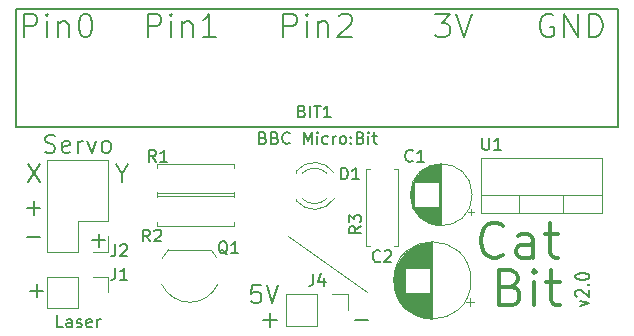
<source format=gbr>
G04 #@! TF.GenerationSoftware,KiCad,Pcbnew,5.1.5-1.fc31*
G04 #@! TF.CreationDate,2020-04-29T23:42:45+02:00*
G04 #@! TF.ProjectId,catbit,63617462-6974-42e6-9b69-6361645f7063,rev?*
G04 #@! TF.SameCoordinates,PX913e9e0PY7be1de0*
G04 #@! TF.FileFunction,Legend,Top*
G04 #@! TF.FilePolarity,Positive*
%FSLAX46Y46*%
G04 Gerber Fmt 4.6, Leading zero omitted, Abs format (unit mm)*
G04 Created by KiCad (PCBNEW 5.1.5-1.fc31) date 2020-04-29 23:42:45*
%MOMM*%
%LPD*%
G04 APERTURE LIST*
%ADD10C,0.120000*%
%ADD11C,0.200000*%
%ADD12C,0.300000*%
%ADD13C,0.150000*%
G04 APERTURE END LIST*
D10*
X4250000Y-18000000D02*
X-2500000Y-13250000D01*
D11*
X-16500000Y-7964285D02*
X-16500000Y-8678571D01*
X-17000000Y-7178571D02*
X-16500000Y-7964285D01*
X-16000000Y-7178571D01*
X-24500000Y-7178571D02*
X-23500000Y-8678571D01*
X-23500000Y-7178571D02*
X-24500000Y-8678571D01*
X-23035715Y-6107142D02*
X-22821429Y-6178571D01*
X-22464286Y-6178571D01*
X-22321429Y-6107142D01*
X-22250000Y-6035714D01*
X-22178572Y-5892857D01*
X-22178572Y-5750000D01*
X-22250000Y-5607142D01*
X-22321429Y-5535714D01*
X-22464286Y-5464285D01*
X-22750000Y-5392857D01*
X-22892858Y-5321428D01*
X-22964286Y-5250000D01*
X-23035715Y-5107142D01*
X-23035715Y-4964285D01*
X-22964286Y-4821428D01*
X-22892858Y-4750000D01*
X-22750000Y-4678571D01*
X-22392858Y-4678571D01*
X-22178572Y-4750000D01*
X-20964286Y-6107142D02*
X-21107143Y-6178571D01*
X-21392858Y-6178571D01*
X-21535715Y-6107142D01*
X-21607143Y-5964285D01*
X-21607143Y-5392857D01*
X-21535715Y-5250000D01*
X-21392858Y-5178571D01*
X-21107143Y-5178571D01*
X-20964286Y-5250000D01*
X-20892858Y-5392857D01*
X-20892858Y-5535714D01*
X-21607143Y-5678571D01*
X-20250000Y-6178571D02*
X-20250000Y-5178571D01*
X-20250000Y-5464285D02*
X-20178572Y-5321428D01*
X-20107143Y-5250000D01*
X-19964286Y-5178571D01*
X-19821429Y-5178571D01*
X-19464286Y-5178571D02*
X-19107143Y-6178571D01*
X-18750000Y-5178571D01*
X-17964286Y-6178571D02*
X-18107143Y-6107142D01*
X-18178572Y-6035714D01*
X-18250000Y-5892857D01*
X-18250000Y-5464285D01*
X-18178572Y-5321428D01*
X-18107143Y-5250000D01*
X-17964286Y-5178571D01*
X-17750000Y-5178571D01*
X-17607143Y-5250000D01*
X-17535715Y-5321428D01*
X-17464286Y-5464285D01*
X-17464286Y-5892857D01*
X-17535715Y-6035714D01*
X-17607143Y-6107142D01*
X-17750000Y-6178571D01*
X-17964286Y-6178571D01*
X-24571429Y-13357142D02*
X-23428572Y-13357142D01*
X3178571Y-20357142D02*
X4321428Y-20357142D01*
X22242857Y-19178571D02*
X23042857Y-18940476D01*
X22242857Y-18702380D01*
X21957142Y-18369047D02*
X21900000Y-18321428D01*
X21842857Y-18226190D01*
X21842857Y-17988095D01*
X21900000Y-17892857D01*
X21957142Y-17845238D01*
X22071428Y-17797619D01*
X22185714Y-17797619D01*
X22357142Y-17845238D01*
X23042857Y-18416666D01*
X23042857Y-17797619D01*
X22928571Y-17369047D02*
X22985714Y-17321428D01*
X23042857Y-17369047D01*
X22985714Y-17416666D01*
X22928571Y-17369047D01*
X23042857Y-17369047D01*
X21842857Y-16702380D02*
X21842857Y-16607142D01*
X21900000Y-16511904D01*
X21957142Y-16464285D01*
X22071428Y-16416666D01*
X22300000Y-16369047D01*
X22585714Y-16369047D01*
X22814285Y-16416666D01*
X22928571Y-16464285D01*
X22985714Y-16511904D01*
X23042857Y-16607142D01*
X23042857Y-16702380D01*
X22985714Y-16797619D01*
X22928571Y-16845238D01*
X22814285Y-16892857D01*
X22585714Y-16940476D01*
X22300000Y-16940476D01*
X22071428Y-16892857D01*
X21957142Y-16845238D01*
X21900000Y-16797619D01*
X21842857Y-16702380D01*
D12*
X16392857Y-17535714D02*
X16821428Y-17678571D01*
X16964285Y-17821428D01*
X17107142Y-18107142D01*
X17107142Y-18535714D01*
X16964285Y-18821428D01*
X16821428Y-18964285D01*
X16535714Y-19107142D01*
X15392857Y-19107142D01*
X15392857Y-16107142D01*
X16392857Y-16107142D01*
X16678571Y-16250000D01*
X16821428Y-16392857D01*
X16964285Y-16678571D01*
X16964285Y-16964285D01*
X16821428Y-17250000D01*
X16678571Y-17392857D01*
X16392857Y-17535714D01*
X15392857Y-17535714D01*
X18392857Y-19107142D02*
X18392857Y-17107142D01*
X18392857Y-16107142D02*
X18250000Y-16250000D01*
X18392857Y-16392857D01*
X18535714Y-16250000D01*
X18392857Y-16107142D01*
X18392857Y-16392857D01*
X19392857Y-17107142D02*
X20535714Y-17107142D01*
X19821428Y-16107142D02*
X19821428Y-18678571D01*
X19964285Y-18964285D01*
X20250000Y-19107142D01*
X20535714Y-19107142D01*
X15714285Y-14821428D02*
X15571428Y-14964285D01*
X15142857Y-15107142D01*
X14857142Y-15107142D01*
X14428571Y-14964285D01*
X14142857Y-14678571D01*
X14000000Y-14392857D01*
X13857142Y-13821428D01*
X13857142Y-13392857D01*
X14000000Y-12821428D01*
X14142857Y-12535714D01*
X14428571Y-12250000D01*
X14857142Y-12107142D01*
X15142857Y-12107142D01*
X15571428Y-12250000D01*
X15714285Y-12392857D01*
X18285714Y-15107142D02*
X18285714Y-13535714D01*
X18142857Y-13250000D01*
X17857142Y-13107142D01*
X17285714Y-13107142D01*
X17000000Y-13250000D01*
X18285714Y-14964285D02*
X18000000Y-15107142D01*
X17285714Y-15107142D01*
X17000000Y-14964285D01*
X16857142Y-14678571D01*
X16857142Y-14392857D01*
X17000000Y-14107142D01*
X17285714Y-13964285D01*
X18000000Y-13964285D01*
X18285714Y-13821428D01*
X19285714Y-13107142D02*
X20428571Y-13107142D01*
X19714285Y-12107142D02*
X19714285Y-14678571D01*
X19857142Y-14964285D01*
X20142857Y-15107142D01*
X20428571Y-15107142D01*
D13*
X-4571429Y-4928571D02*
X-4428572Y-4976190D01*
X-4380953Y-5023809D01*
X-4333334Y-5119047D01*
X-4333334Y-5261904D01*
X-4380953Y-5357142D01*
X-4428572Y-5404761D01*
X-4523810Y-5452380D01*
X-4904762Y-5452380D01*
X-4904762Y-4452380D01*
X-4571429Y-4452380D01*
X-4476191Y-4500000D01*
X-4428572Y-4547619D01*
X-4380953Y-4642857D01*
X-4380953Y-4738095D01*
X-4428572Y-4833333D01*
X-4476191Y-4880952D01*
X-4571429Y-4928571D01*
X-4904762Y-4928571D01*
X-3571429Y-4928571D02*
X-3428572Y-4976190D01*
X-3380953Y-5023809D01*
X-3333334Y-5119047D01*
X-3333334Y-5261904D01*
X-3380953Y-5357142D01*
X-3428572Y-5404761D01*
X-3523810Y-5452380D01*
X-3904762Y-5452380D01*
X-3904762Y-4452380D01*
X-3571429Y-4452380D01*
X-3476191Y-4500000D01*
X-3428572Y-4547619D01*
X-3380953Y-4642857D01*
X-3380953Y-4738095D01*
X-3428572Y-4833333D01*
X-3476191Y-4880952D01*
X-3571429Y-4928571D01*
X-3904762Y-4928571D01*
X-2333334Y-5357142D02*
X-2380953Y-5404761D01*
X-2523810Y-5452380D01*
X-2619048Y-5452380D01*
X-2761905Y-5404761D01*
X-2857143Y-5309523D01*
X-2904762Y-5214285D01*
X-2952381Y-5023809D01*
X-2952381Y-4880952D01*
X-2904762Y-4690476D01*
X-2857143Y-4595238D01*
X-2761905Y-4500000D01*
X-2619048Y-4452380D01*
X-2523810Y-4452380D01*
X-2380953Y-4500000D01*
X-2333334Y-4547619D01*
X-1142858Y-5452380D02*
X-1142858Y-4452380D01*
X-809524Y-5166666D01*
X-476191Y-4452380D01*
X-476191Y-5452380D01*
X0Y-5452380D02*
X0Y-4785714D01*
X0Y-4452380D02*
X-47620Y-4500000D01*
X0Y-4547619D01*
X47619Y-4500000D01*
X0Y-4452380D01*
X0Y-4547619D01*
X904761Y-5404761D02*
X809523Y-5452380D01*
X619047Y-5452380D01*
X523809Y-5404761D01*
X476190Y-5357142D01*
X428571Y-5261904D01*
X428571Y-4976190D01*
X476190Y-4880952D01*
X523809Y-4833333D01*
X619047Y-4785714D01*
X809523Y-4785714D01*
X904761Y-4833333D01*
X1333333Y-5452380D02*
X1333333Y-4785714D01*
X1333333Y-4976190D02*
X1380952Y-4880952D01*
X1428571Y-4833333D01*
X1523809Y-4785714D01*
X1619047Y-4785714D01*
X2095238Y-5452380D02*
X2000000Y-5404761D01*
X1952380Y-5357142D01*
X1904761Y-5261904D01*
X1904761Y-4976190D01*
X1952380Y-4880952D01*
X2000000Y-4833333D01*
X2095238Y-4785714D01*
X2238095Y-4785714D01*
X2333333Y-4833333D01*
X2380952Y-4880952D01*
X2428571Y-4976190D01*
X2428571Y-5261904D01*
X2380952Y-5357142D01*
X2333333Y-5404761D01*
X2238095Y-5452380D01*
X2095238Y-5452380D01*
X2857142Y-5357142D02*
X2904761Y-5404761D01*
X2857142Y-5452380D01*
X2809523Y-5404761D01*
X2857142Y-5357142D01*
X2857142Y-5452380D01*
X2857142Y-4833333D02*
X2904761Y-4880952D01*
X2857142Y-4928571D01*
X2809523Y-4880952D01*
X2857142Y-4833333D01*
X2857142Y-4928571D01*
X3666666Y-4928571D02*
X3809523Y-4976190D01*
X3857142Y-5023809D01*
X3904761Y-5119047D01*
X3904761Y-5261904D01*
X3857142Y-5357142D01*
X3809523Y-5404761D01*
X3714285Y-5452380D01*
X3333333Y-5452380D01*
X3333333Y-4452380D01*
X3666666Y-4452380D01*
X3761904Y-4500000D01*
X3809523Y-4547619D01*
X3857142Y-4642857D01*
X3857142Y-4738095D01*
X3809523Y-4833333D01*
X3761904Y-4880952D01*
X3666666Y-4928571D01*
X3333333Y-4928571D01*
X4333333Y-5452380D02*
X4333333Y-4785714D01*
X4333333Y-4452380D02*
X4285714Y-4500000D01*
X4333333Y-4547619D01*
X4380952Y-4500000D01*
X4333333Y-4452380D01*
X4333333Y-4547619D01*
X4666666Y-4785714D02*
X5047619Y-4785714D01*
X4809523Y-4452380D02*
X4809523Y-5309523D01*
X4857142Y-5404761D01*
X4952380Y-5452380D01*
X5047619Y-5452380D01*
D11*
X-4785715Y-17428571D02*
X-5500000Y-17428571D01*
X-5571429Y-18142857D01*
X-5500000Y-18071428D01*
X-5357143Y-18000000D01*
X-5000000Y-18000000D01*
X-4857143Y-18071428D01*
X-4785715Y-18142857D01*
X-4714286Y-18285714D01*
X-4714286Y-18642857D01*
X-4785715Y-18785714D01*
X-4857143Y-18857142D01*
X-5000000Y-18928571D01*
X-5357143Y-18928571D01*
X-5500000Y-18857142D01*
X-5571429Y-18785714D01*
X-4285715Y-17428571D02*
X-3785715Y-18928571D01*
X-3285715Y-17428571D01*
D13*
X-21535715Y-20952380D02*
X-22011905Y-20952380D01*
X-22011905Y-19952380D01*
X-20773810Y-20952380D02*
X-20773810Y-20428571D01*
X-20821429Y-20333333D01*
X-20916667Y-20285714D01*
X-21107143Y-20285714D01*
X-21202381Y-20333333D01*
X-20773810Y-20904761D02*
X-20869048Y-20952380D01*
X-21107143Y-20952380D01*
X-21202381Y-20904761D01*
X-21250000Y-20809523D01*
X-21250000Y-20714285D01*
X-21202381Y-20619047D01*
X-21107143Y-20571428D01*
X-20869048Y-20571428D01*
X-20773810Y-20523809D01*
X-20345239Y-20904761D02*
X-20250000Y-20952380D01*
X-20059524Y-20952380D01*
X-19964286Y-20904761D01*
X-19916667Y-20809523D01*
X-19916667Y-20761904D01*
X-19964286Y-20666666D01*
X-20059524Y-20619047D01*
X-20202381Y-20619047D01*
X-20297620Y-20571428D01*
X-20345239Y-20476190D01*
X-20345239Y-20428571D01*
X-20297620Y-20333333D01*
X-20202381Y-20285714D01*
X-20059524Y-20285714D01*
X-19964286Y-20333333D01*
X-19107143Y-20904761D02*
X-19202381Y-20952380D01*
X-19392858Y-20952380D01*
X-19488096Y-20904761D01*
X-19535715Y-20809523D01*
X-19535715Y-20428571D01*
X-19488096Y-20333333D01*
X-19392858Y-20285714D01*
X-19202381Y-20285714D01*
X-19107143Y-20333333D01*
X-19059524Y-20428571D01*
X-19059524Y-20523809D01*
X-19535715Y-20619047D01*
X-18630953Y-20952380D02*
X-18630953Y-20285714D01*
X-18630953Y-20476190D02*
X-18583334Y-20380952D01*
X-18535715Y-20333333D01*
X-18440477Y-20285714D01*
X-18345239Y-20285714D01*
D11*
X-4571429Y-20357142D02*
X-3428572Y-20357142D01*
X-4000000Y-20928571D02*
X-4000000Y-19785714D01*
X-19071429Y-13607142D02*
X-17928572Y-13607142D01*
X-18500000Y-14178571D02*
X-18500000Y-13035714D01*
X-24321429Y-17857142D02*
X-23178572Y-17857142D01*
X-23750000Y-18428571D02*
X-23750000Y-17285714D01*
X-24571429Y-10857142D02*
X-23428572Y-10857142D01*
X-24000000Y-11428571D02*
X-24000000Y-10285714D01*
D10*
X4130000Y-14080000D02*
X4460000Y-14080000D01*
X4130000Y-7540000D02*
X4130000Y-14080000D01*
X4460000Y-7540000D02*
X4130000Y-7540000D01*
X6870000Y-14080000D02*
X6540000Y-14080000D01*
X6870000Y-7540000D02*
X6870000Y-14080000D01*
X6540000Y-7540000D02*
X6870000Y-7540000D01*
X-17670000Y-14580000D02*
X-19000000Y-14580000D01*
X-17670000Y-13250000D02*
X-17670000Y-14580000D01*
X-20270000Y-14580000D02*
X-22870000Y-14580000D01*
X-20270000Y-11980000D02*
X-20270000Y-14580000D01*
X-17670000Y-11980000D02*
X-20270000Y-11980000D01*
X-22870000Y-14580000D02*
X-22870000Y-6840000D01*
X-17670000Y-11980000D02*
X-17670000Y-6840000D01*
X-17670000Y-6840000D02*
X-22870000Y-6840000D01*
X-1790000Y-10080000D02*
X-1790000Y-10236000D01*
X-1790000Y-7764000D02*
X-1790000Y-7920000D01*
X811130Y-10079837D02*
G75*
G02X-1270961Y-10080000I-1041130J1079837D01*
G01*
X811130Y-7920163D02*
G75*
G03X-1270961Y-7920000I-1041130J-1079837D01*
G01*
X1442335Y-10078608D02*
G75*
G02X-1790000Y-10235516I-1672335J1078608D01*
G01*
X1442335Y-7921392D02*
G75*
G03X-1790000Y-7764484I-1672335J-1078608D01*
G01*
D13*
X25500000Y-4000000D02*
X-25500000Y-4000000D01*
X25500000Y6000000D02*
X25500000Y-4000000D01*
X-25500000Y6000000D02*
X25500000Y6000000D01*
X-25500000Y-4000000D02*
X-25500000Y6000000D01*
D10*
X17109000Y-11270000D02*
X17109000Y-9760000D01*
X20810000Y-11270000D02*
X20810000Y-9760000D01*
X24080000Y-9760000D02*
X13840000Y-9760000D01*
X13840000Y-11270000D02*
X13840000Y-6629000D01*
X24080000Y-11270000D02*
X24080000Y-6629000D01*
X24080000Y-6629000D02*
X13840000Y-6629000D01*
X24080000Y-11270000D02*
X13840000Y-11270000D01*
X12935241Y-19154000D02*
X12935241Y-18524000D01*
X13250241Y-18839000D02*
X12620241Y-18839000D01*
X6509000Y-17402000D02*
X6509000Y-16598000D01*
X6549000Y-17633000D02*
X6549000Y-16367000D01*
X6589000Y-17802000D02*
X6589000Y-16198000D01*
X6629000Y-17940000D02*
X6629000Y-16060000D01*
X6669000Y-18059000D02*
X6669000Y-15941000D01*
X6709000Y-18165000D02*
X6709000Y-15835000D01*
X6749000Y-18262000D02*
X6749000Y-15738000D01*
X6789000Y-18350000D02*
X6789000Y-15650000D01*
X6829000Y-18432000D02*
X6829000Y-15568000D01*
X6869000Y-18509000D02*
X6869000Y-15491000D01*
X6909000Y-18581000D02*
X6909000Y-15419000D01*
X6949000Y-18650000D02*
X6949000Y-15350000D01*
X6989000Y-18714000D02*
X6989000Y-15286000D01*
X7029000Y-18776000D02*
X7029000Y-15224000D01*
X7069000Y-18834000D02*
X7069000Y-15166000D01*
X7109000Y-18890000D02*
X7109000Y-15110000D01*
X7149000Y-18944000D02*
X7149000Y-15056000D01*
X7189000Y-18995000D02*
X7189000Y-15005000D01*
X7229000Y-19044000D02*
X7229000Y-14956000D01*
X7269000Y-19092000D02*
X7269000Y-14908000D01*
X7309000Y-19137000D02*
X7309000Y-14863000D01*
X7349000Y-19182000D02*
X7349000Y-14818000D01*
X7389000Y-19224000D02*
X7389000Y-14776000D01*
X7429000Y-19265000D02*
X7429000Y-14735000D01*
X7469000Y-15960000D02*
X7469000Y-14695000D01*
X7469000Y-19305000D02*
X7469000Y-18040000D01*
X7509000Y-15960000D02*
X7509000Y-14657000D01*
X7509000Y-19343000D02*
X7509000Y-18040000D01*
X7549000Y-15960000D02*
X7549000Y-14620000D01*
X7549000Y-19380000D02*
X7549000Y-18040000D01*
X7589000Y-15960000D02*
X7589000Y-14584000D01*
X7589000Y-19416000D02*
X7589000Y-18040000D01*
X7629000Y-15960000D02*
X7629000Y-14550000D01*
X7629000Y-19450000D02*
X7629000Y-18040000D01*
X7669000Y-15960000D02*
X7669000Y-14516000D01*
X7669000Y-19484000D02*
X7669000Y-18040000D01*
X7709000Y-15960000D02*
X7709000Y-14484000D01*
X7709000Y-19516000D02*
X7709000Y-18040000D01*
X7749000Y-15960000D02*
X7749000Y-14452000D01*
X7749000Y-19548000D02*
X7749000Y-18040000D01*
X7789000Y-15960000D02*
X7789000Y-14422000D01*
X7789000Y-19578000D02*
X7789000Y-18040000D01*
X7829000Y-15960000D02*
X7829000Y-14393000D01*
X7829000Y-19607000D02*
X7829000Y-18040000D01*
X7869000Y-15960000D02*
X7869000Y-14364000D01*
X7869000Y-19636000D02*
X7869000Y-18040000D01*
X7909000Y-15960000D02*
X7909000Y-14336000D01*
X7909000Y-19664000D02*
X7909000Y-18040000D01*
X7949000Y-15960000D02*
X7949000Y-14310000D01*
X7949000Y-19690000D02*
X7949000Y-18040000D01*
X7989000Y-15960000D02*
X7989000Y-14284000D01*
X7989000Y-19716000D02*
X7989000Y-18040000D01*
X8029000Y-15960000D02*
X8029000Y-14258000D01*
X8029000Y-19742000D02*
X8029000Y-18040000D01*
X8069000Y-15960000D02*
X8069000Y-14234000D01*
X8069000Y-19766000D02*
X8069000Y-18040000D01*
X8109000Y-15960000D02*
X8109000Y-14210000D01*
X8109000Y-19790000D02*
X8109000Y-18040000D01*
X8149000Y-15960000D02*
X8149000Y-14188000D01*
X8149000Y-19812000D02*
X8149000Y-18040000D01*
X8189000Y-15960000D02*
X8189000Y-14166000D01*
X8189000Y-19834000D02*
X8189000Y-18040000D01*
X8229000Y-15960000D02*
X8229000Y-14144000D01*
X8229000Y-19856000D02*
X8229000Y-18040000D01*
X8269000Y-15960000D02*
X8269000Y-14124000D01*
X8269000Y-19876000D02*
X8269000Y-18040000D01*
X8309000Y-15960000D02*
X8309000Y-14104000D01*
X8309000Y-19896000D02*
X8309000Y-18040000D01*
X8349000Y-15960000D02*
X8349000Y-14084000D01*
X8349000Y-19916000D02*
X8349000Y-18040000D01*
X8389000Y-15960000D02*
X8389000Y-14066000D01*
X8389000Y-19934000D02*
X8389000Y-18040000D01*
X8429000Y-15960000D02*
X8429000Y-14048000D01*
X8429000Y-19952000D02*
X8429000Y-18040000D01*
X8469000Y-15960000D02*
X8469000Y-14030000D01*
X8469000Y-19970000D02*
X8469000Y-18040000D01*
X8509000Y-15960000D02*
X8509000Y-14014000D01*
X8509000Y-19986000D02*
X8509000Y-18040000D01*
X8549000Y-15960000D02*
X8549000Y-13998000D01*
X8549000Y-20002000D02*
X8549000Y-18040000D01*
X8589000Y-15960000D02*
X8589000Y-13982000D01*
X8589000Y-20018000D02*
X8589000Y-18040000D01*
X8629000Y-15960000D02*
X8629000Y-13967000D01*
X8629000Y-20033000D02*
X8629000Y-18040000D01*
X8669000Y-15960000D02*
X8669000Y-13953000D01*
X8669000Y-20047000D02*
X8669000Y-18040000D01*
X8709000Y-15960000D02*
X8709000Y-13939000D01*
X8709000Y-20061000D02*
X8709000Y-18040000D01*
X8749000Y-15960000D02*
X8749000Y-13926000D01*
X8749000Y-20074000D02*
X8749000Y-18040000D01*
X8789000Y-15960000D02*
X8789000Y-13914000D01*
X8789000Y-20086000D02*
X8789000Y-18040000D01*
X8829000Y-15960000D02*
X8829000Y-13902000D01*
X8829000Y-20098000D02*
X8829000Y-18040000D01*
X8869000Y-15960000D02*
X8869000Y-13890000D01*
X8869000Y-20110000D02*
X8869000Y-18040000D01*
X8909000Y-15960000D02*
X8909000Y-13879000D01*
X8909000Y-20121000D02*
X8909000Y-18040000D01*
X8949000Y-15960000D02*
X8949000Y-13869000D01*
X8949000Y-20131000D02*
X8949000Y-18040000D01*
X8989000Y-15960000D02*
X8989000Y-13859000D01*
X8989000Y-20141000D02*
X8989000Y-18040000D01*
X9029000Y-15960000D02*
X9029000Y-13850000D01*
X9029000Y-20150000D02*
X9029000Y-18040000D01*
X9070000Y-15960000D02*
X9070000Y-13841000D01*
X9070000Y-20159000D02*
X9070000Y-18040000D01*
X9110000Y-15960000D02*
X9110000Y-13833000D01*
X9110000Y-20167000D02*
X9110000Y-18040000D01*
X9150000Y-15960000D02*
X9150000Y-13825000D01*
X9150000Y-20175000D02*
X9150000Y-18040000D01*
X9190000Y-15960000D02*
X9190000Y-13818000D01*
X9190000Y-20182000D02*
X9190000Y-18040000D01*
X9230000Y-15960000D02*
X9230000Y-13811000D01*
X9230000Y-20189000D02*
X9230000Y-18040000D01*
X9270000Y-15960000D02*
X9270000Y-13805000D01*
X9270000Y-20195000D02*
X9270000Y-18040000D01*
X9310000Y-15960000D02*
X9310000Y-13799000D01*
X9310000Y-20201000D02*
X9310000Y-18040000D01*
X9350000Y-15960000D02*
X9350000Y-13794000D01*
X9350000Y-20206000D02*
X9350000Y-18040000D01*
X9390000Y-15960000D02*
X9390000Y-13789000D01*
X9390000Y-20211000D02*
X9390000Y-18040000D01*
X9430000Y-15960000D02*
X9430000Y-13785000D01*
X9430000Y-20215000D02*
X9430000Y-18040000D01*
X9470000Y-15960000D02*
X9470000Y-13782000D01*
X9470000Y-20218000D02*
X9470000Y-18040000D01*
X9510000Y-15960000D02*
X9510000Y-13778000D01*
X9510000Y-20222000D02*
X9510000Y-18040000D01*
X9550000Y-20224000D02*
X9550000Y-13776000D01*
X9590000Y-20227000D02*
X9590000Y-13773000D01*
X9630000Y-20228000D02*
X9630000Y-13772000D01*
X9670000Y-20230000D02*
X9670000Y-13770000D01*
X9710000Y-20230000D02*
X9710000Y-13770000D01*
X9750000Y-20230000D02*
X9750000Y-13770000D01*
X13020000Y-17000000D02*
G75*
G03X13020000Y-17000000I-3270000J0D01*
G01*
X-13114184Y-15127205D02*
G75*
G02X-12590000Y-14400000I2324184J-1122795D01*
G01*
X-13146400Y-17348807D02*
G75*
G03X-10790000Y-18850000I2356400J1098807D01*
G01*
X-8433600Y-17348807D02*
G75*
G02X-10790000Y-18850000I-2356400J1098807D01*
G01*
X-8465816Y-15127205D02*
G75*
G03X-8990000Y-14400000I-2324184J-1122795D01*
G01*
X-8990000Y-14400000D02*
X-12590000Y-14400000D01*
X-7040000Y-12370000D02*
X-7040000Y-12040000D01*
X-13580000Y-12370000D02*
X-7040000Y-12370000D01*
X-13580000Y-12040000D02*
X-13580000Y-12370000D01*
X-7040000Y-9630000D02*
X-7040000Y-9960000D01*
X-13580000Y-9630000D02*
X-7040000Y-9630000D01*
X-13580000Y-9960000D02*
X-13580000Y-9630000D01*
X-13580000Y-7130000D02*
X-13580000Y-7460000D01*
X-7040000Y-7130000D02*
X-13580000Y-7130000D01*
X-7040000Y-7460000D02*
X-7040000Y-7130000D01*
X-13580000Y-9870000D02*
X-13580000Y-9540000D01*
X-7040000Y-9870000D02*
X-13580000Y-9870000D01*
X-7040000Y-9540000D02*
X-7040000Y-9870000D01*
X2580000Y-18170000D02*
X2580000Y-19500000D01*
X1250000Y-18170000D02*
X2580000Y-18170000D01*
X-20000Y-18170000D02*
X-20000Y-20830000D01*
X-20000Y-20830000D02*
X-2620000Y-20830000D01*
X-20000Y-18170000D02*
X-2620000Y-18170000D01*
X-2620000Y-18170000D02*
X-2620000Y-20830000D01*
X-17670000Y-16670000D02*
X-17670000Y-18000000D01*
X-19000000Y-16670000D02*
X-17670000Y-16670000D01*
X-20270000Y-16670000D02*
X-20270000Y-19330000D01*
X-20270000Y-19330000D02*
X-22870000Y-19330000D01*
X-20270000Y-16670000D02*
X-22870000Y-16670000D01*
X-22870000Y-16670000D02*
X-22870000Y-19330000D01*
X13054775Y-11475000D02*
X13054775Y-10975000D01*
X13304775Y-11225000D02*
X12804775Y-11225000D01*
X7899000Y-10034000D02*
X7899000Y-9466000D01*
X7939000Y-10268000D02*
X7939000Y-9232000D01*
X7979000Y-10427000D02*
X7979000Y-9073000D01*
X8019000Y-10555000D02*
X8019000Y-8945000D01*
X8059000Y-10665000D02*
X8059000Y-8835000D01*
X8099000Y-10761000D02*
X8099000Y-8739000D01*
X8139000Y-10848000D02*
X8139000Y-8652000D01*
X8179000Y-10928000D02*
X8179000Y-8572000D01*
X8219000Y-8710000D02*
X8219000Y-8499000D01*
X8219000Y-11001000D02*
X8219000Y-10790000D01*
X8259000Y-8710000D02*
X8259000Y-8431000D01*
X8259000Y-11069000D02*
X8259000Y-10790000D01*
X8299000Y-8710000D02*
X8299000Y-8367000D01*
X8299000Y-11133000D02*
X8299000Y-10790000D01*
X8339000Y-8710000D02*
X8339000Y-8307000D01*
X8339000Y-11193000D02*
X8339000Y-10790000D01*
X8379000Y-8710000D02*
X8379000Y-8250000D01*
X8379000Y-11250000D02*
X8379000Y-10790000D01*
X8419000Y-8710000D02*
X8419000Y-8196000D01*
X8419000Y-11304000D02*
X8419000Y-10790000D01*
X8459000Y-8710000D02*
X8459000Y-8145000D01*
X8459000Y-11355000D02*
X8459000Y-10790000D01*
X8499000Y-8710000D02*
X8499000Y-8097000D01*
X8499000Y-11403000D02*
X8499000Y-10790000D01*
X8539000Y-8710000D02*
X8539000Y-8051000D01*
X8539000Y-11449000D02*
X8539000Y-10790000D01*
X8579000Y-8710000D02*
X8579000Y-8007000D01*
X8579000Y-11493000D02*
X8579000Y-10790000D01*
X8619000Y-8710000D02*
X8619000Y-7965000D01*
X8619000Y-11535000D02*
X8619000Y-10790000D01*
X8659000Y-8710000D02*
X8659000Y-7924000D01*
X8659000Y-11576000D02*
X8659000Y-10790000D01*
X8699000Y-8710000D02*
X8699000Y-7886000D01*
X8699000Y-11614000D02*
X8699000Y-10790000D01*
X8739000Y-8710000D02*
X8739000Y-7849000D01*
X8739000Y-11651000D02*
X8739000Y-10790000D01*
X8779000Y-8710000D02*
X8779000Y-7813000D01*
X8779000Y-11687000D02*
X8779000Y-10790000D01*
X8819000Y-8710000D02*
X8819000Y-7779000D01*
X8819000Y-11721000D02*
X8819000Y-10790000D01*
X8859000Y-8710000D02*
X8859000Y-7746000D01*
X8859000Y-11754000D02*
X8859000Y-10790000D01*
X8899000Y-8710000D02*
X8899000Y-7715000D01*
X8899000Y-11785000D02*
X8899000Y-10790000D01*
X8939000Y-8710000D02*
X8939000Y-7685000D01*
X8939000Y-11815000D02*
X8939000Y-10790000D01*
X8979000Y-8710000D02*
X8979000Y-7655000D01*
X8979000Y-11845000D02*
X8979000Y-10790000D01*
X9019000Y-8710000D02*
X9019000Y-7628000D01*
X9019000Y-11872000D02*
X9019000Y-10790000D01*
X9059000Y-8710000D02*
X9059000Y-7601000D01*
X9059000Y-11899000D02*
X9059000Y-10790000D01*
X9099000Y-8710000D02*
X9099000Y-7575000D01*
X9099000Y-11925000D02*
X9099000Y-10790000D01*
X9139000Y-8710000D02*
X9139000Y-7550000D01*
X9139000Y-11950000D02*
X9139000Y-10790000D01*
X9179000Y-8710000D02*
X9179000Y-7526000D01*
X9179000Y-11974000D02*
X9179000Y-10790000D01*
X9219000Y-8710000D02*
X9219000Y-7503000D01*
X9219000Y-11997000D02*
X9219000Y-10790000D01*
X9259000Y-8710000D02*
X9259000Y-7482000D01*
X9259000Y-12018000D02*
X9259000Y-10790000D01*
X9299000Y-8710000D02*
X9299000Y-7460000D01*
X9299000Y-12040000D02*
X9299000Y-10790000D01*
X9339000Y-8710000D02*
X9339000Y-7440000D01*
X9339000Y-12060000D02*
X9339000Y-10790000D01*
X9379000Y-8710000D02*
X9379000Y-7421000D01*
X9379000Y-12079000D02*
X9379000Y-10790000D01*
X9419000Y-8710000D02*
X9419000Y-7402000D01*
X9419000Y-12098000D02*
X9419000Y-10790000D01*
X9459000Y-8710000D02*
X9459000Y-7385000D01*
X9459000Y-12115000D02*
X9459000Y-10790000D01*
X9499000Y-8710000D02*
X9499000Y-7368000D01*
X9499000Y-12132000D02*
X9499000Y-10790000D01*
X9539000Y-8710000D02*
X9539000Y-7352000D01*
X9539000Y-12148000D02*
X9539000Y-10790000D01*
X9579000Y-8710000D02*
X9579000Y-7336000D01*
X9579000Y-12164000D02*
X9579000Y-10790000D01*
X9619000Y-8710000D02*
X9619000Y-7322000D01*
X9619000Y-12178000D02*
X9619000Y-10790000D01*
X9659000Y-8710000D02*
X9659000Y-7308000D01*
X9659000Y-12192000D02*
X9659000Y-10790000D01*
X9699000Y-8710000D02*
X9699000Y-7295000D01*
X9699000Y-12205000D02*
X9699000Y-10790000D01*
X9739000Y-8710000D02*
X9739000Y-7282000D01*
X9739000Y-12218000D02*
X9739000Y-10790000D01*
X9779000Y-8710000D02*
X9779000Y-7270000D01*
X9779000Y-12230000D02*
X9779000Y-10790000D01*
X9820000Y-8710000D02*
X9820000Y-7259000D01*
X9820000Y-12241000D02*
X9820000Y-10790000D01*
X9860000Y-8710000D02*
X9860000Y-7249000D01*
X9860000Y-12251000D02*
X9860000Y-10790000D01*
X9900000Y-8710000D02*
X9900000Y-7239000D01*
X9900000Y-12261000D02*
X9900000Y-10790000D01*
X9940000Y-8710000D02*
X9940000Y-7230000D01*
X9940000Y-12270000D02*
X9940000Y-10790000D01*
X9980000Y-8710000D02*
X9980000Y-7222000D01*
X9980000Y-12278000D02*
X9980000Y-10790000D01*
X10020000Y-8710000D02*
X10020000Y-7214000D01*
X10020000Y-12286000D02*
X10020000Y-10790000D01*
X10060000Y-8710000D02*
X10060000Y-7207000D01*
X10060000Y-12293000D02*
X10060000Y-10790000D01*
X10100000Y-8710000D02*
X10100000Y-7200000D01*
X10100000Y-12300000D02*
X10100000Y-10790000D01*
X10140000Y-8710000D02*
X10140000Y-7194000D01*
X10140000Y-12306000D02*
X10140000Y-10790000D01*
X10180000Y-8710000D02*
X10180000Y-7189000D01*
X10180000Y-12311000D02*
X10180000Y-10790000D01*
X10220000Y-8710000D02*
X10220000Y-7185000D01*
X10220000Y-12315000D02*
X10220000Y-10790000D01*
X10260000Y-8710000D02*
X10260000Y-7181000D01*
X10260000Y-12319000D02*
X10260000Y-10790000D01*
X10300000Y-12323000D02*
X10300000Y-7177000D01*
X10340000Y-12326000D02*
X10340000Y-7174000D01*
X10380000Y-12328000D02*
X10380000Y-7172000D01*
X10420000Y-12329000D02*
X10420000Y-7171000D01*
X10460000Y-12330000D02*
X10460000Y-7170000D01*
X10500000Y-12330000D02*
X10500000Y-7170000D01*
X13120000Y-9750000D02*
G75*
G03X13120000Y-9750000I-2620000J0D01*
G01*
D13*
X3702380Y-12416666D02*
X3226190Y-12750000D01*
X3702380Y-12988095D02*
X2702380Y-12988095D01*
X2702380Y-12607142D01*
X2750000Y-12511904D01*
X2797619Y-12464285D01*
X2892857Y-12416666D01*
X3035714Y-12416666D01*
X3130952Y-12464285D01*
X3178571Y-12511904D01*
X3226190Y-12607142D01*
X3226190Y-12988095D01*
X2702380Y-12083333D02*
X2702380Y-11464285D01*
X3083333Y-11797619D01*
X3083333Y-11654761D01*
X3130952Y-11559523D01*
X3178571Y-11511904D01*
X3273809Y-11464285D01*
X3511904Y-11464285D01*
X3607142Y-11511904D01*
X3654761Y-11559523D01*
X3702380Y-11654761D01*
X3702380Y-11940476D01*
X3654761Y-12035714D01*
X3607142Y-12083333D01*
X-17083334Y-13952380D02*
X-17083334Y-14666666D01*
X-17130953Y-14809523D01*
X-17226191Y-14904761D01*
X-17369048Y-14952380D01*
X-17464286Y-14952380D01*
X-16654762Y-14047619D02*
X-16607143Y-14000000D01*
X-16511905Y-13952380D01*
X-16273810Y-13952380D01*
X-16178572Y-14000000D01*
X-16130953Y-14047619D01*
X-16083334Y-14142857D01*
X-16083334Y-14238095D01*
X-16130953Y-14380952D01*
X-16702381Y-14952380D01*
X-16083334Y-14952380D01*
X2011904Y-8452380D02*
X2011904Y-7452380D01*
X2250000Y-7452380D01*
X2392857Y-7500000D01*
X2488095Y-7595238D01*
X2535714Y-7690476D01*
X2583333Y-7880952D01*
X2583333Y-8023809D01*
X2535714Y-8214285D01*
X2488095Y-8309523D01*
X2392857Y-8404761D01*
X2250000Y-8452380D01*
X2011904Y-8452380D01*
X3535714Y-8452380D02*
X2964285Y-8452380D01*
X3250000Y-8452380D02*
X3250000Y-7452380D01*
X3154761Y-7595238D01*
X3059523Y-7690476D01*
X2964285Y-7738095D01*
X-1273810Y-2678571D02*
X-1130953Y-2726190D01*
X-1083334Y-2773809D01*
X-1035715Y-2869047D01*
X-1035715Y-3011904D01*
X-1083334Y-3107142D01*
X-1130953Y-3154761D01*
X-1226191Y-3202380D01*
X-1607143Y-3202380D01*
X-1607143Y-2202380D01*
X-1273810Y-2202380D01*
X-1178572Y-2250000D01*
X-1130953Y-2297619D01*
X-1083334Y-2392857D01*
X-1083334Y-2488095D01*
X-1130953Y-2583333D01*
X-1178572Y-2630952D01*
X-1273810Y-2678571D01*
X-1607143Y-2678571D01*
X-607143Y-3202380D02*
X-607143Y-2202380D01*
X-273810Y-2202380D02*
X297619Y-2202380D01*
X11904Y-3202380D02*
X11904Y-2202380D01*
X1154761Y-3202380D02*
X583333Y-3202380D01*
X869047Y-3202380D02*
X869047Y-2202380D01*
X773809Y-2345238D01*
X678571Y-2440476D01*
X583333Y-2488095D01*
X19976190Y5500000D02*
X19785714Y5595239D01*
X19500000Y5595239D01*
X19214285Y5500000D01*
X19023809Y5309524D01*
X18928571Y5119048D01*
X18833333Y4738096D01*
X18833333Y4452381D01*
X18928571Y4071429D01*
X19023809Y3880953D01*
X19214285Y3690477D01*
X19500000Y3595239D01*
X19690476Y3595239D01*
X19976190Y3690477D01*
X20071428Y3785715D01*
X20071428Y4452381D01*
X19690476Y4452381D01*
X20928571Y3595239D02*
X20928571Y5595239D01*
X22071428Y3595239D01*
X22071428Y5595239D01*
X23023809Y3595239D02*
X23023809Y5595239D01*
X23500000Y5595239D01*
X23785714Y5500000D01*
X23976190Y5309524D01*
X24071428Y5119048D01*
X24166666Y4738096D01*
X24166666Y4452381D01*
X24071428Y4071429D01*
X23976190Y3880953D01*
X23785714Y3690477D01*
X23500000Y3595239D01*
X23023809Y3595239D01*
X9976190Y5595239D02*
X11214285Y5595239D01*
X10547619Y4833334D01*
X10833333Y4833334D01*
X11023809Y4738096D01*
X11119047Y4642858D01*
X11214285Y4452381D01*
X11214285Y3976191D01*
X11119047Y3785715D01*
X11023809Y3690477D01*
X10833333Y3595239D01*
X10261904Y3595239D01*
X10071428Y3690477D01*
X9976190Y3785715D01*
X11785714Y5595239D02*
X12452380Y3595239D01*
X13119047Y5595239D01*
X-2857143Y3595239D02*
X-2857143Y5595239D01*
X-2095239Y5595239D01*
X-1904762Y5500000D01*
X-1809524Y5404762D01*
X-1714286Y5214286D01*
X-1714286Y4928572D01*
X-1809524Y4738096D01*
X-1904762Y4642858D01*
X-2095239Y4547620D01*
X-2857143Y4547620D01*
X-857143Y3595239D02*
X-857143Y4928572D01*
X-857143Y5595239D02*
X-952381Y5500000D01*
X-857143Y5404762D01*
X-761905Y5500000D01*
X-857143Y5595239D01*
X-857143Y5404762D01*
X95238Y4928572D02*
X95238Y3595239D01*
X95238Y4738096D02*
X190476Y4833334D01*
X380952Y4928572D01*
X666666Y4928572D01*
X857142Y4833334D01*
X952380Y4642858D01*
X952380Y3595239D01*
X1809523Y5404762D02*
X1904761Y5500000D01*
X2095238Y5595239D01*
X2571428Y5595239D01*
X2761904Y5500000D01*
X2857142Y5404762D01*
X2952380Y5214286D01*
X2952380Y5023810D01*
X2857142Y4738096D01*
X1714285Y3595239D01*
X2952380Y3595239D01*
X-14357143Y3595239D02*
X-14357143Y5595239D01*
X-13595239Y5595239D01*
X-13404762Y5500000D01*
X-13309524Y5404762D01*
X-13214286Y5214286D01*
X-13214286Y4928572D01*
X-13309524Y4738096D01*
X-13404762Y4642858D01*
X-13595239Y4547620D01*
X-14357143Y4547620D01*
X-12357143Y3595239D02*
X-12357143Y4928572D01*
X-12357143Y5595239D02*
X-12452381Y5500000D01*
X-12357143Y5404762D01*
X-12261905Y5500000D01*
X-12357143Y5595239D01*
X-12357143Y5404762D01*
X-11404762Y4928572D02*
X-11404762Y3595239D01*
X-11404762Y4738096D02*
X-11309524Y4833334D01*
X-11119048Y4928572D01*
X-10833334Y4928572D01*
X-10642858Y4833334D01*
X-10547620Y4642858D01*
X-10547620Y3595239D01*
X-8547620Y3595239D02*
X-9690477Y3595239D01*
X-9119048Y3595239D02*
X-9119048Y5595239D01*
X-9309524Y5309524D01*
X-9500000Y5119048D01*
X-9690477Y5023810D01*
X-24857143Y3595239D02*
X-24857143Y5595239D01*
X-24095239Y5595239D01*
X-23904762Y5500000D01*
X-23809524Y5404762D01*
X-23714286Y5214286D01*
X-23714286Y4928572D01*
X-23809524Y4738096D01*
X-23904762Y4642858D01*
X-24095239Y4547620D01*
X-24857143Y4547620D01*
X-22857143Y3595239D02*
X-22857143Y4928572D01*
X-22857143Y5595239D02*
X-22952381Y5500000D01*
X-22857143Y5404762D01*
X-22761905Y5500000D01*
X-22857143Y5595239D01*
X-22857143Y5404762D01*
X-21904762Y4928572D02*
X-21904762Y3595239D01*
X-21904762Y4738096D02*
X-21809524Y4833334D01*
X-21619048Y4928572D01*
X-21333334Y4928572D01*
X-21142858Y4833334D01*
X-21047620Y4642858D01*
X-21047620Y3595239D01*
X-19714286Y5595239D02*
X-19523810Y5595239D01*
X-19333334Y5500000D01*
X-19238096Y5404762D01*
X-19142858Y5214286D01*
X-19047620Y4833334D01*
X-19047620Y4357143D01*
X-19142858Y3976191D01*
X-19238096Y3785715D01*
X-19333334Y3690477D01*
X-19523810Y3595239D01*
X-19714286Y3595239D01*
X-19904762Y3690477D01*
X-20000000Y3785715D01*
X-20095239Y3976191D01*
X-20190477Y4357143D01*
X-20190477Y4833334D01*
X-20095239Y5214286D01*
X-20000000Y5404762D01*
X-19904762Y5500000D01*
X-19714286Y5595239D01*
X13988095Y-4952380D02*
X13988095Y-5761904D01*
X14035714Y-5857142D01*
X14083333Y-5904761D01*
X14178571Y-5952380D01*
X14369047Y-5952380D01*
X14464285Y-5904761D01*
X14511904Y-5857142D01*
X14559523Y-5761904D01*
X14559523Y-4952380D01*
X15559523Y-5952380D02*
X14988095Y-5952380D01*
X15273809Y-5952380D02*
X15273809Y-4952380D01*
X15178571Y-5095238D01*
X15083333Y-5190476D01*
X14988095Y-5238095D01*
X5333333Y-15357142D02*
X5285714Y-15404761D01*
X5142857Y-15452380D01*
X5047619Y-15452380D01*
X4904761Y-15404761D01*
X4809523Y-15309523D01*
X4761904Y-15214285D01*
X4714285Y-15023809D01*
X4714285Y-14880952D01*
X4761904Y-14690476D01*
X4809523Y-14595238D01*
X4904761Y-14500000D01*
X5047619Y-14452380D01*
X5142857Y-14452380D01*
X5285714Y-14500000D01*
X5333333Y-14547619D01*
X5714285Y-14547619D02*
X5761904Y-14500000D01*
X5857142Y-14452380D01*
X6095238Y-14452380D01*
X6190476Y-14500000D01*
X6238095Y-14547619D01*
X6285714Y-14642857D01*
X6285714Y-14738095D01*
X6238095Y-14880952D01*
X5666666Y-15452380D01*
X6285714Y-15452380D01*
X-7595239Y-14797619D02*
X-7690477Y-14750000D01*
X-7785715Y-14654761D01*
X-7928572Y-14511904D01*
X-8023810Y-14464285D01*
X-8119048Y-14464285D01*
X-8071429Y-14702380D02*
X-8166667Y-14654761D01*
X-8261905Y-14559523D01*
X-8309524Y-14369047D01*
X-8309524Y-14035714D01*
X-8261905Y-13845238D01*
X-8166667Y-13750000D01*
X-8071429Y-13702380D01*
X-7880953Y-13702380D01*
X-7785715Y-13750000D01*
X-7690477Y-13845238D01*
X-7642858Y-14035714D01*
X-7642858Y-14369047D01*
X-7690477Y-14559523D01*
X-7785715Y-14654761D01*
X-7880953Y-14702380D01*
X-8071429Y-14702380D01*
X-6690477Y-14702380D02*
X-7261905Y-14702380D01*
X-6976191Y-14702380D02*
X-6976191Y-13702380D01*
X-7071429Y-13845238D01*
X-7166667Y-13940476D01*
X-7261905Y-13988095D01*
X-14166667Y-13702380D02*
X-14500000Y-13226190D01*
X-14738096Y-13702380D02*
X-14738096Y-12702380D01*
X-14357143Y-12702380D01*
X-14261905Y-12750000D01*
X-14214286Y-12797619D01*
X-14166667Y-12892857D01*
X-14166667Y-13035714D01*
X-14214286Y-13130952D01*
X-14261905Y-13178571D01*
X-14357143Y-13226190D01*
X-14738096Y-13226190D01*
X-13785715Y-12797619D02*
X-13738096Y-12750000D01*
X-13642858Y-12702380D01*
X-13404762Y-12702380D01*
X-13309524Y-12750000D01*
X-13261905Y-12797619D01*
X-13214286Y-12892857D01*
X-13214286Y-12988095D01*
X-13261905Y-13130952D01*
X-13833334Y-13702380D01*
X-13214286Y-13702380D01*
X-13666667Y-6952380D02*
X-14000000Y-6476190D01*
X-14238096Y-6952380D02*
X-14238096Y-5952380D01*
X-13857143Y-5952380D01*
X-13761905Y-6000000D01*
X-13714286Y-6047619D01*
X-13666667Y-6142857D01*
X-13666667Y-6285714D01*
X-13714286Y-6380952D01*
X-13761905Y-6428571D01*
X-13857143Y-6476190D01*
X-14238096Y-6476190D01*
X-12714286Y-6952380D02*
X-13285715Y-6952380D01*
X-13000000Y-6952380D02*
X-13000000Y-5952380D01*
X-13095239Y-6095238D01*
X-13190477Y-6190476D01*
X-13285715Y-6238095D01*
X-333334Y-16452380D02*
X-333334Y-17166666D01*
X-380953Y-17309523D01*
X-476191Y-17404761D01*
X-619048Y-17452380D01*
X-714286Y-17452380D01*
X571428Y-16785714D02*
X571428Y-17452380D01*
X333333Y-16404761D02*
X95238Y-17119047D01*
X714285Y-17119047D01*
X-17083334Y-15952380D02*
X-17083334Y-16666666D01*
X-17130953Y-16809523D01*
X-17226191Y-16904761D01*
X-17369048Y-16952380D01*
X-17464286Y-16952380D01*
X-16083334Y-16952380D02*
X-16654762Y-16952380D01*
X-16369048Y-16952380D02*
X-16369048Y-15952380D01*
X-16464286Y-16095238D01*
X-16559524Y-16190476D01*
X-16654762Y-16238095D01*
X8083333Y-6857142D02*
X8035714Y-6904761D01*
X7892857Y-6952380D01*
X7797619Y-6952380D01*
X7654761Y-6904761D01*
X7559523Y-6809523D01*
X7511904Y-6714285D01*
X7464285Y-6523809D01*
X7464285Y-6380952D01*
X7511904Y-6190476D01*
X7559523Y-6095238D01*
X7654761Y-6000000D01*
X7797619Y-5952380D01*
X7892857Y-5952380D01*
X8035714Y-6000000D01*
X8083333Y-6047619D01*
X9035714Y-6952380D02*
X8464285Y-6952380D01*
X8750000Y-6952380D02*
X8750000Y-5952380D01*
X8654761Y-6095238D01*
X8559523Y-6190476D01*
X8464285Y-6238095D01*
M02*

</source>
